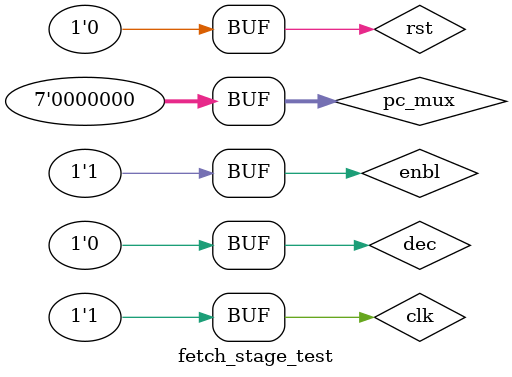
<source format=v>
`timescale 1ns / 1ps


module fetch_stage_test;

	// Inputs
	reg clk;
	reg dec;
	reg rst;
	reg enbl;
	reg [6:0] pc_mux;

	// Outputs
	wire [6:0] pc_out;
	wire [31:0] DR;

	// Instantiate the Unit Under Test (UUT)
	fetch_stage uut (
		.clk(clk), 
		.dec(dec), 
		.rst(rst), 
		.enbl(enbl), 
		.pc_mux(pc_mux), 
		.pc_out(pc_out), 
		.DR(DR)
	);

	initial begin
		// Initialize Inputs
		clk = 0;
		dec = 0;
		rst = 1;
		enbl = 0;
		pc_mux = 0;
		#100;
      
		clk=1;
		
		#100;
		clk=0;
		rst=0;
		enbl=1;
		
		#100;
      clk=1;
		
		#100;
		clk=0;
		
		#100;
      clk=1;
		
		#100;
      clk=0;
		
		#100;
      clk=1;
		
		#100;
		
	end
      
endmodule

</source>
